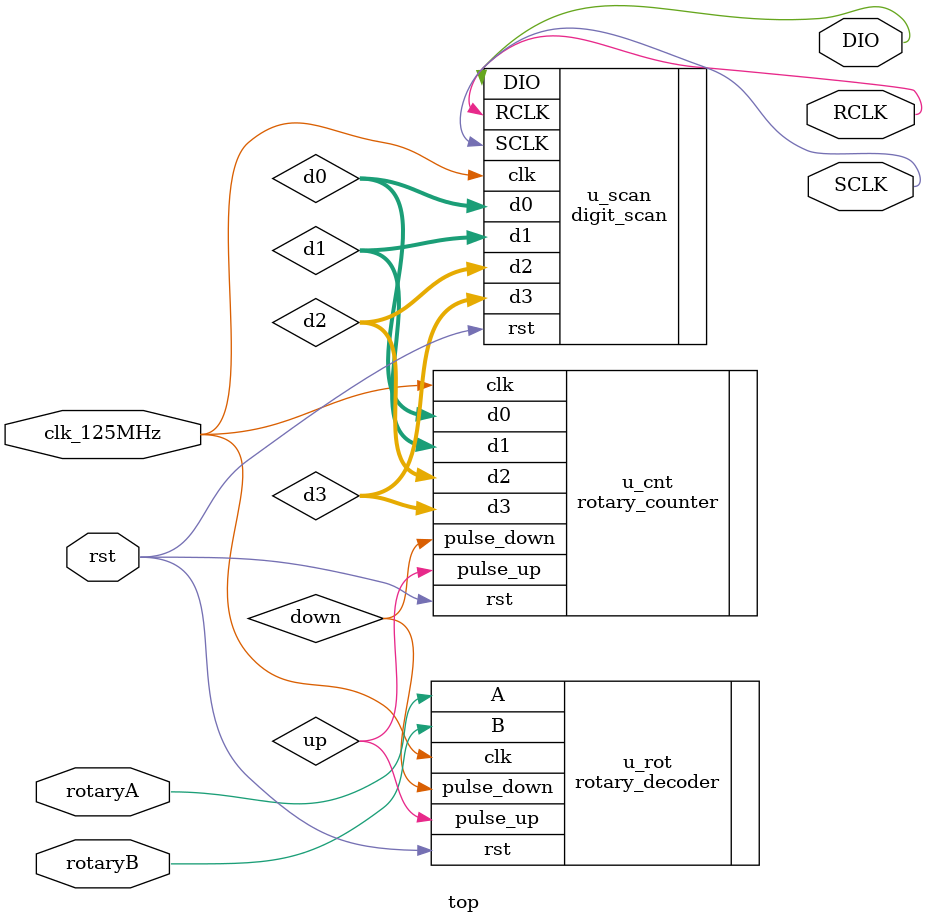
<source format=v>
module top(
    input clk_125MHz,
    input rst,
    input rotaryA,
    input rotaryB,
    output SCLK,
    output RCLK,
    output DIO
);
    wire up, down;
    wire [3:0] d0, d1, d2, d3;

    // decode rotary
    rotary_decoder u_rot(
        .clk(clk_125MHz),
        .rst(rst),
        .A(rotaryA),
        .B(rotaryB),
        .pulse_up(up),
        .pulse_down(down)
    );

    // counter
    rotary_counter u_cnt(
        .clk(clk_125MHz),
        .rst(rst),
        .pulse_up(up),
        .pulse_down(down),
        .d0(d0),
        .d1(d1),
        .d2(d2),
        .d3(d3)
    );

    // 4-digit 7seg display driver (giữ nguyên)
    digit_scan u_scan(
        .clk(clk_125MHz),
        .rst(rst),
        .d0(d0),
        .d1(d1),
        .d2(d2),
        .d3(d3),
        .SCLK(SCLK),
        .RCLK(RCLK),
        .DIO(DIO)
    );

endmodule

</source>
